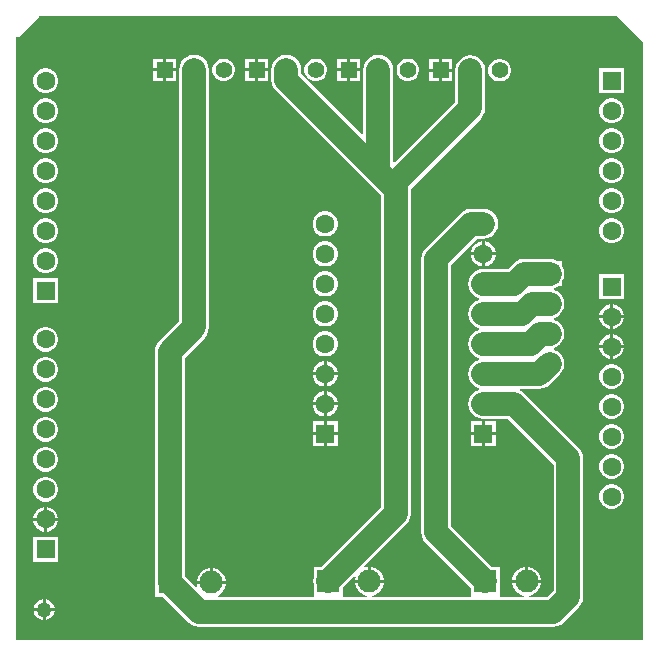
<source format=gbr>
G04*
G04 #@! TF.GenerationSoftware,Altium Limited,Altium Designer,22.4.2 (48)*
G04*
G04 Layer_Physical_Order=1*
G04 Layer_Color=255*
%FSLAX44Y44*%
%MOMM*%
G71*
G04*
G04 #@! TF.SameCoordinates,1039030C-265D-4712-A70C-599C82CECBD2*
G04*
G04*
G04 #@! TF.FilePolarity,Positive*
G04*
G01*
G75*
%ADD10C,2.0000*%
%ADD11C,1.6000*%
%ADD12R,1.6000X1.6000*%
%ADD13R,1.9500X1.9500*%
%ADD14C,1.9500*%
%ADD15C,1.4000*%
%ADD16R,1.4000X1.4000*%
%ADD17C,1.2700*%
G36*
X1281000Y1058000D02*
Y551000D01*
X751000D01*
X750000Y552000D01*
Y1062000D01*
X753000D01*
X770000Y1079000D01*
Y1080000D01*
X1259000D01*
X1281000Y1058000D01*
D02*
G37*
%LPC*%
G36*
X885540Y1043540D02*
X877270D01*
Y1035270D01*
X885540D01*
Y1043540D01*
D02*
G37*
G36*
X874730D02*
X866460D01*
Y1035270D01*
X874730D01*
Y1043540D01*
D02*
G37*
G36*
X1041540Y1043540D02*
X1033270D01*
Y1035270D01*
X1041540D01*
Y1043540D01*
D02*
G37*
G36*
X1030730D02*
X1022460D01*
Y1035270D01*
X1030730D01*
Y1043540D01*
D02*
G37*
G36*
X963540D02*
X955270D01*
Y1035270D01*
X963540D01*
Y1043540D01*
D02*
G37*
G36*
X952730D02*
X944460D01*
Y1035270D01*
X952730D01*
Y1043540D01*
D02*
G37*
G36*
X1119270Y1043270D02*
X1111000D01*
Y1035000D01*
X1119270D01*
Y1043270D01*
D02*
G37*
G36*
X1108460D02*
X1100190D01*
Y1035000D01*
X1108460D01*
Y1043270D01*
D02*
G37*
G36*
X927256Y1043540D02*
X924744D01*
X922318Y1042890D01*
X920142Y1041634D01*
X918366Y1039858D01*
X917110Y1037682D01*
X916460Y1035256D01*
Y1032744D01*
X917110Y1030318D01*
X918366Y1028142D01*
X920142Y1026366D01*
X922318Y1025110D01*
X924744Y1024460D01*
X927256D01*
X929682Y1025110D01*
X931858Y1026366D01*
X933634Y1028142D01*
X934890Y1030318D01*
X935540Y1032744D01*
Y1035256D01*
X934890Y1037682D01*
X933634Y1039858D01*
X931858Y1041634D01*
X929682Y1042890D01*
X927256Y1043540D01*
D02*
G37*
G36*
X885540Y1032730D02*
X877270D01*
Y1024460D01*
X885540D01*
Y1032730D01*
D02*
G37*
G36*
X874730D02*
X866460D01*
Y1024460D01*
X874730D01*
Y1032730D01*
D02*
G37*
G36*
X1083256Y1043540D02*
X1080744D01*
X1078318Y1042890D01*
X1076142Y1041634D01*
X1074366Y1039858D01*
X1073110Y1037682D01*
X1072460Y1035256D01*
Y1032744D01*
X1073110Y1030318D01*
X1074366Y1028142D01*
X1076142Y1026366D01*
X1078318Y1025110D01*
X1080744Y1024460D01*
X1083256D01*
X1085682Y1025110D01*
X1087858Y1026366D01*
X1089634Y1028142D01*
X1090890Y1030318D01*
X1091540Y1032744D01*
Y1035256D01*
X1090890Y1037682D01*
X1089634Y1039858D01*
X1087858Y1041634D01*
X1085682Y1042890D01*
X1083256Y1043540D01*
D02*
G37*
G36*
X1041540Y1032730D02*
X1033270D01*
Y1024460D01*
X1041540D01*
Y1032730D01*
D02*
G37*
G36*
X1030730D02*
X1022460D01*
Y1024460D01*
X1030730D01*
Y1032730D01*
D02*
G37*
G36*
X1005256Y1043540D02*
X1002744D01*
X1000318Y1042890D01*
X998142Y1041634D01*
X996366Y1039858D01*
X995110Y1037682D01*
X994460Y1035256D01*
Y1032744D01*
X995110Y1030318D01*
X996366Y1028142D01*
X998142Y1026366D01*
X1000318Y1025110D01*
X1002744Y1024460D01*
X1005256D01*
X1007682Y1025110D01*
X1009858Y1026366D01*
X1011634Y1028142D01*
X1012890Y1030318D01*
X1013540Y1032744D01*
Y1035256D01*
X1012890Y1037682D01*
X1011634Y1039858D01*
X1009858Y1041634D01*
X1007682Y1042890D01*
X1005256Y1043540D01*
D02*
G37*
G36*
X963540Y1032730D02*
X955270D01*
Y1024460D01*
X963540D01*
Y1032730D01*
D02*
G37*
G36*
X952730D02*
X944460D01*
Y1024460D01*
X952730D01*
Y1032730D01*
D02*
G37*
G36*
X1160986Y1043270D02*
X1158475D01*
X1156048Y1042620D01*
X1153873Y1041364D01*
X1152096Y1039588D01*
X1150841Y1037412D01*
X1150190Y1034986D01*
Y1032474D01*
X1150841Y1030048D01*
X1152096Y1027872D01*
X1153873Y1026096D01*
X1156048Y1024840D01*
X1158475Y1024190D01*
X1160986D01*
X1163413Y1024840D01*
X1165588Y1026096D01*
X1167364Y1027872D01*
X1168620Y1030048D01*
X1169270Y1032474D01*
Y1034986D01*
X1168620Y1037412D01*
X1167364Y1039588D01*
X1165588Y1041364D01*
X1163413Y1042620D01*
X1160986Y1043270D01*
D02*
G37*
G36*
X1119270Y1032460D02*
X1111000D01*
Y1024190D01*
X1119270D01*
Y1032460D01*
D02*
G37*
G36*
X1108460D02*
X1100190D01*
Y1024190D01*
X1108460D01*
Y1032460D01*
D02*
G37*
G36*
X1265140Y1035340D02*
X1244060D01*
Y1014260D01*
X1265140D01*
Y1035340D01*
D02*
G37*
G36*
X776788D02*
X774012D01*
X771332Y1034622D01*
X768928Y1033234D01*
X766966Y1031272D01*
X765578Y1028868D01*
X764860Y1026188D01*
Y1023412D01*
X765578Y1020732D01*
X766966Y1018328D01*
X768928Y1016366D01*
X771332Y1014978D01*
X774012Y1014260D01*
X776788D01*
X779468Y1014978D01*
X781872Y1016366D01*
X783834Y1018328D01*
X785222Y1020732D01*
X785940Y1023412D01*
Y1026188D01*
X785222Y1028868D01*
X783834Y1031272D01*
X781872Y1033234D01*
X779468Y1034622D01*
X776788Y1035340D01*
D02*
G37*
G36*
X1255988Y1009940D02*
X1253212D01*
X1250532Y1009222D01*
X1248128Y1007834D01*
X1246166Y1005872D01*
X1244778Y1003468D01*
X1244060Y1000788D01*
Y998012D01*
X1244778Y995332D01*
X1246166Y992928D01*
X1248128Y990966D01*
X1250532Y989578D01*
X1253212Y988860D01*
X1255988D01*
X1258668Y989578D01*
X1261072Y990966D01*
X1263034Y992928D01*
X1264422Y995332D01*
X1265140Y998012D01*
Y1000788D01*
X1264422Y1003468D01*
X1263034Y1005872D01*
X1261072Y1007834D01*
X1258668Y1009222D01*
X1255988Y1009940D01*
D02*
G37*
G36*
X776788D02*
X774012D01*
X771332Y1009222D01*
X768928Y1007834D01*
X766966Y1005872D01*
X765578Y1003468D01*
X764860Y1000788D01*
Y998012D01*
X765578Y995332D01*
X766966Y992928D01*
X768928Y990966D01*
X771332Y989578D01*
X774012Y988860D01*
X776788D01*
X779468Y989578D01*
X781872Y990966D01*
X783834Y992928D01*
X785222Y995332D01*
X785940Y998012D01*
Y1000788D01*
X785222Y1003468D01*
X783834Y1005872D01*
X781872Y1007834D01*
X779468Y1009222D01*
X776788Y1009940D01*
D02*
G37*
G36*
X1255988Y984540D02*
X1253212D01*
X1250532Y983822D01*
X1248128Y982434D01*
X1246166Y980472D01*
X1244778Y978068D01*
X1244060Y975388D01*
Y972612D01*
X1244778Y969932D01*
X1246166Y967528D01*
X1248128Y965566D01*
X1250532Y964178D01*
X1253212Y963460D01*
X1255988D01*
X1258668Y964178D01*
X1261072Y965566D01*
X1263034Y967528D01*
X1264422Y969932D01*
X1265140Y972612D01*
Y975388D01*
X1264422Y978068D01*
X1263034Y980472D01*
X1261072Y982434D01*
X1258668Y983822D01*
X1255988Y984540D01*
D02*
G37*
G36*
X776788D02*
X774012D01*
X771332Y983822D01*
X768928Y982434D01*
X766966Y980472D01*
X765578Y978068D01*
X764860Y975388D01*
Y972612D01*
X765578Y969932D01*
X766966Y967528D01*
X768928Y965566D01*
X771332Y964178D01*
X774012Y963460D01*
X776788D01*
X779468Y964178D01*
X781872Y965566D01*
X783834Y967528D01*
X785222Y969932D01*
X785940Y972612D01*
Y975388D01*
X785222Y978068D01*
X783834Y980472D01*
X781872Y982434D01*
X779468Y983822D01*
X776788Y984540D01*
D02*
G37*
G36*
X1255988Y959140D02*
X1253212D01*
X1250532Y958422D01*
X1248128Y957034D01*
X1246166Y955072D01*
X1244778Y952668D01*
X1244060Y949988D01*
Y947212D01*
X1244778Y944532D01*
X1246166Y942128D01*
X1248128Y940166D01*
X1250532Y938778D01*
X1253212Y938060D01*
X1255988D01*
X1258668Y938778D01*
X1261072Y940166D01*
X1263034Y942128D01*
X1264422Y944532D01*
X1265140Y947212D01*
Y949988D01*
X1264422Y952668D01*
X1263034Y955072D01*
X1261072Y957034D01*
X1258668Y958422D01*
X1255988Y959140D01*
D02*
G37*
G36*
X776788D02*
X774012D01*
X771332Y958422D01*
X768928Y957034D01*
X766966Y955072D01*
X765578Y952668D01*
X764860Y949988D01*
Y947212D01*
X765578Y944532D01*
X766966Y942128D01*
X768928Y940166D01*
X771332Y938778D01*
X774012Y938060D01*
X776788D01*
X779468Y938778D01*
X781872Y940166D01*
X783834Y942128D01*
X785222Y944532D01*
X785940Y947212D01*
Y949988D01*
X785222Y952668D01*
X783834Y955072D01*
X781872Y957034D01*
X779468Y958422D01*
X776788Y959140D01*
D02*
G37*
G36*
X1255988Y933740D02*
X1253212D01*
X1250532Y933022D01*
X1248128Y931634D01*
X1246166Y929672D01*
X1244778Y927268D01*
X1244060Y924588D01*
Y921812D01*
X1244778Y919132D01*
X1246166Y916728D01*
X1248128Y914766D01*
X1250532Y913378D01*
X1253212Y912660D01*
X1255988D01*
X1258668Y913378D01*
X1261072Y914766D01*
X1263034Y916728D01*
X1264422Y919132D01*
X1265140Y921812D01*
Y924588D01*
X1264422Y927268D01*
X1263034Y929672D01*
X1261072Y931634D01*
X1258668Y933022D01*
X1255988Y933740D01*
D02*
G37*
G36*
X776788D02*
X774012D01*
X771332Y933022D01*
X768928Y931634D01*
X766966Y929672D01*
X765578Y927268D01*
X764860Y924588D01*
Y921812D01*
X765578Y919132D01*
X766966Y916728D01*
X768928Y914766D01*
X771332Y913378D01*
X774012Y912660D01*
X776788D01*
X779468Y913378D01*
X781872Y914766D01*
X783834Y916728D01*
X785222Y919132D01*
X785940Y921812D01*
Y924588D01*
X785222Y927268D01*
X783834Y929672D01*
X781872Y931634D01*
X779468Y933022D01*
X776788Y933740D01*
D02*
G37*
G36*
X1013388Y914140D02*
X1010612D01*
X1007932Y913422D01*
X1005528Y912034D01*
X1003566Y910072D01*
X1002178Y907668D01*
X1001460Y904988D01*
Y902212D01*
X1002178Y899532D01*
X1003566Y897128D01*
X1005528Y895166D01*
X1007932Y893778D01*
X1010612Y893060D01*
X1013388D01*
X1016068Y893778D01*
X1018472Y895166D01*
X1020434Y897128D01*
X1021822Y899532D01*
X1022540Y902212D01*
Y904988D01*
X1021822Y907668D01*
X1020434Y910072D01*
X1018472Y912034D01*
X1016068Y913422D01*
X1013388Y914140D01*
D02*
G37*
G36*
X1255988Y908340D02*
X1253212D01*
X1250532Y907622D01*
X1248128Y906234D01*
X1246166Y904272D01*
X1244778Y901868D01*
X1244060Y899188D01*
Y896412D01*
X1244778Y893732D01*
X1246166Y891328D01*
X1248128Y889366D01*
X1250532Y887978D01*
X1253212Y887260D01*
X1255988D01*
X1258668Y887978D01*
X1261072Y889366D01*
X1263034Y891328D01*
X1264422Y893732D01*
X1265140Y896412D01*
Y899188D01*
X1264422Y901868D01*
X1263034Y904272D01*
X1261072Y906234D01*
X1258668Y907622D01*
X1255988Y908340D01*
D02*
G37*
G36*
X776788D02*
X774012D01*
X771332Y907622D01*
X768928Y906234D01*
X766966Y904272D01*
X765578Y901868D01*
X764860Y899188D01*
Y896412D01*
X765578Y893732D01*
X766966Y891328D01*
X768928Y889366D01*
X771332Y887978D01*
X774012Y887260D01*
X776788D01*
X779468Y887978D01*
X781872Y889366D01*
X783834Y891328D01*
X785222Y893732D01*
X785940Y896412D01*
Y899188D01*
X785222Y901868D01*
X783834Y904272D01*
X781872Y906234D01*
X779468Y907622D01*
X776788Y908340D01*
D02*
G37*
G36*
X1147387Y888740D02*
X1147270D01*
Y879470D01*
X1156540D01*
Y879588D01*
X1155821Y882268D01*
X1154434Y884672D01*
X1152471Y886634D01*
X1150068Y888022D01*
X1147387Y888740D01*
D02*
G37*
G36*
X1144730D02*
X1144612D01*
X1141931Y888022D01*
X1139528Y886634D01*
X1137566Y884672D01*
X1136178Y882268D01*
X1135460Y879588D01*
Y879470D01*
X1144730D01*
Y888740D01*
D02*
G37*
G36*
X1156540Y876930D02*
X1147270D01*
Y867660D01*
X1147387D01*
X1150068Y868378D01*
X1152471Y869766D01*
X1154434Y871728D01*
X1155821Y874132D01*
X1156540Y876812D01*
Y876930D01*
D02*
G37*
G36*
X1144730D02*
X1135460D01*
Y876812D01*
X1136178Y874132D01*
X1137566Y871728D01*
X1139528Y869766D01*
X1141931Y868378D01*
X1144612Y867660D01*
X1144730D01*
Y876930D01*
D02*
G37*
G36*
X1013388Y888740D02*
X1010612D01*
X1007932Y888022D01*
X1005528Y886634D01*
X1003566Y884672D01*
X1002178Y882268D01*
X1001460Y879588D01*
Y876812D01*
X1002178Y874132D01*
X1003566Y871728D01*
X1005528Y869766D01*
X1007932Y868378D01*
X1010612Y867660D01*
X1013388D01*
X1016068Y868378D01*
X1018472Y869766D01*
X1020434Y871728D01*
X1021822Y874132D01*
X1022540Y876812D01*
Y879588D01*
X1021822Y882268D01*
X1020434Y884672D01*
X1018472Y886634D01*
X1016068Y888022D01*
X1013388Y888740D01*
D02*
G37*
G36*
X776788Y882940D02*
X774012D01*
X771332Y882222D01*
X768928Y880834D01*
X766966Y878872D01*
X765578Y876468D01*
X764860Y873788D01*
Y871012D01*
X765578Y868332D01*
X766966Y865928D01*
X768928Y863966D01*
X771332Y862578D01*
X774012Y861860D01*
X776788D01*
X779468Y862578D01*
X781872Y863966D01*
X783834Y865928D01*
X785222Y868332D01*
X785940Y871012D01*
Y873788D01*
X785222Y876468D01*
X783834Y878872D01*
X781872Y880834D01*
X779468Y882222D01*
X776788Y882940D01*
D02*
G37*
G36*
X1013388Y863340D02*
X1010612D01*
X1007932Y862622D01*
X1005528Y861234D01*
X1003566Y859272D01*
X1002178Y856868D01*
X1001460Y854188D01*
Y851412D01*
X1002178Y848732D01*
X1003566Y846328D01*
X1005528Y844366D01*
X1007932Y842978D01*
X1010612Y842260D01*
X1013388D01*
X1016068Y842978D01*
X1018472Y844366D01*
X1020434Y846328D01*
X1021822Y848732D01*
X1022540Y851412D01*
Y854188D01*
X1021822Y856868D01*
X1020434Y859272D01*
X1018472Y861234D01*
X1016068Y862622D01*
X1013388Y863340D01*
D02*
G37*
G36*
X1265140Y861140D02*
X1244060D01*
Y840060D01*
X1265140D01*
Y861140D01*
D02*
G37*
G36*
X785940Y857540D02*
X764860D01*
Y836460D01*
X785940D01*
Y857540D01*
D02*
G37*
G36*
X1255988Y835740D02*
X1255870D01*
Y826470D01*
X1265140D01*
Y826588D01*
X1264422Y829268D01*
X1263034Y831672D01*
X1261072Y833634D01*
X1258668Y835022D01*
X1255988Y835740D01*
D02*
G37*
G36*
X1253330D02*
X1253212D01*
X1250532Y835022D01*
X1248128Y833634D01*
X1246166Y831672D01*
X1244778Y829268D01*
X1244060Y826588D01*
Y826470D01*
X1253330D01*
Y835740D01*
D02*
G37*
G36*
X1013388Y837940D02*
X1010612D01*
X1007932Y837222D01*
X1005528Y835834D01*
X1003566Y833872D01*
X1002178Y831468D01*
X1001460Y828788D01*
Y826012D01*
X1002178Y823332D01*
X1003566Y820928D01*
X1005528Y818966D01*
X1007932Y817578D01*
X1010612Y816860D01*
X1013388D01*
X1016068Y817578D01*
X1018472Y818966D01*
X1020434Y820928D01*
X1021822Y823332D01*
X1022540Y826012D01*
Y828788D01*
X1021822Y831468D01*
X1020434Y833872D01*
X1018472Y835834D01*
X1016068Y837222D01*
X1013388Y837940D01*
D02*
G37*
G36*
X1265140Y823930D02*
X1255870D01*
Y814660D01*
X1255988D01*
X1258668Y815378D01*
X1261072Y816766D01*
X1263034Y818728D01*
X1264422Y821132D01*
X1265140Y823812D01*
Y823930D01*
D02*
G37*
G36*
X1253330D02*
X1244060D01*
Y823812D01*
X1244778Y821132D01*
X1246166Y818728D01*
X1248128Y816766D01*
X1250532Y815378D01*
X1253212Y814660D01*
X1253330D01*
Y823930D01*
D02*
G37*
G36*
X1255988Y810340D02*
X1255870D01*
Y801070D01*
X1265140D01*
Y801188D01*
X1264422Y803868D01*
X1263034Y806272D01*
X1261072Y808234D01*
X1258668Y809622D01*
X1255988Y810340D01*
D02*
G37*
G36*
X1253330D02*
X1253212D01*
X1250532Y809622D01*
X1248128Y808234D01*
X1246166Y806272D01*
X1244778Y803868D01*
X1244060Y801188D01*
Y801070D01*
X1253330D01*
Y810340D01*
D02*
G37*
G36*
X776788Y816340D02*
X774012D01*
X771332Y815622D01*
X768928Y814234D01*
X766966Y812272D01*
X765578Y809868D01*
X764860Y807188D01*
Y804412D01*
X765578Y801732D01*
X766966Y799328D01*
X768928Y797366D01*
X771332Y795978D01*
X774012Y795260D01*
X776788D01*
X779468Y795978D01*
X781872Y797366D01*
X783834Y799328D01*
X785222Y801732D01*
X785940Y804412D01*
Y807188D01*
X785222Y809868D01*
X783834Y812272D01*
X781872Y814234D01*
X779468Y815622D01*
X776788Y816340D01*
D02*
G37*
G36*
X1013388Y812540D02*
X1010612D01*
X1007932Y811822D01*
X1005528Y810434D01*
X1003566Y808472D01*
X1002178Y806068D01*
X1001460Y803388D01*
Y800612D01*
X1002178Y797932D01*
X1003566Y795528D01*
X1005528Y793566D01*
X1007932Y792178D01*
X1010612Y791460D01*
X1013388D01*
X1016068Y792178D01*
X1018472Y793566D01*
X1020434Y795528D01*
X1021822Y797932D01*
X1022540Y800612D01*
Y803388D01*
X1021822Y806068D01*
X1020434Y808472D01*
X1018472Y810434D01*
X1016068Y811822D01*
X1013388Y812540D01*
D02*
G37*
G36*
X1265140Y798530D02*
X1255870D01*
Y789260D01*
X1255988D01*
X1258668Y789978D01*
X1261072Y791366D01*
X1263034Y793328D01*
X1264422Y795732D01*
X1265140Y798412D01*
Y798530D01*
D02*
G37*
G36*
X1253330D02*
X1244060D01*
Y798412D01*
X1244778Y795732D01*
X1246166Y793328D01*
X1248128Y791366D01*
X1250532Y789978D01*
X1253212Y789260D01*
X1253330D01*
Y798530D01*
D02*
G37*
G36*
X1013388Y787140D02*
X1013270D01*
Y777870D01*
X1022540D01*
Y777988D01*
X1021822Y780668D01*
X1020434Y783072D01*
X1018472Y785034D01*
X1016068Y786422D01*
X1013388Y787140D01*
D02*
G37*
G36*
X1010730D02*
X1010612D01*
X1007932Y786422D01*
X1005528Y785034D01*
X1003566Y783072D01*
X1002178Y780668D01*
X1001460Y777988D01*
Y777870D01*
X1010730D01*
Y787140D01*
D02*
G37*
G36*
X776788Y790940D02*
X774012D01*
X771332Y790222D01*
X768928Y788834D01*
X766966Y786872D01*
X765578Y784468D01*
X764860Y781788D01*
Y779012D01*
X765578Y776332D01*
X766966Y773928D01*
X768928Y771966D01*
X771332Y770578D01*
X774012Y769860D01*
X776788D01*
X779468Y770578D01*
X781872Y771966D01*
X783834Y773928D01*
X785222Y776332D01*
X785940Y779012D01*
Y781788D01*
X785222Y784468D01*
X783834Y786872D01*
X781872Y788834D01*
X779468Y790222D01*
X776788Y790940D01*
D02*
G37*
G36*
X1022540Y775330D02*
X1013270D01*
Y766060D01*
X1013388D01*
X1016068Y766778D01*
X1018472Y768166D01*
X1020434Y770128D01*
X1021822Y772532D01*
X1022540Y775212D01*
Y775330D01*
D02*
G37*
G36*
X1010730D02*
X1001460D01*
Y775212D01*
X1002178Y772532D01*
X1003566Y770128D01*
X1005528Y768166D01*
X1007932Y766778D01*
X1010612Y766060D01*
X1010730D01*
Y775330D01*
D02*
G37*
G36*
X901000Y1046648D02*
X897726Y1046217D01*
X894676Y1044954D01*
X892056Y1042944D01*
X890046Y1040324D01*
X888782Y1037274D01*
X888351Y1034000D01*
Y821239D01*
X871556Y804444D01*
X869546Y801824D01*
X868283Y798774D01*
X867852Y795500D01*
X867852Y795500D01*
Y600000D01*
X867852Y600000D01*
X868210Y597279D01*
Y587710D01*
X874903D01*
X896556Y566056D01*
X896557Y566056D01*
X899176Y564046D01*
X902227Y562783D01*
X905500Y562352D01*
X905500Y562352D01*
X1205000D01*
X1205000Y562352D01*
X1208274Y562783D01*
X1211324Y564046D01*
X1213944Y566056D01*
X1226944Y579056D01*
X1228954Y581676D01*
X1230217Y584726D01*
X1230648Y588000D01*
X1230648Y588000D01*
Y705000D01*
X1230648Y705000D01*
X1230217Y708274D01*
X1228954Y711324D01*
X1226944Y713944D01*
X1226944Y713944D01*
X1180744Y760144D01*
X1178124Y762154D01*
X1176849Y762682D01*
X1177102Y763952D01*
X1193400D01*
X1193400Y763952D01*
X1196674Y764383D01*
X1199724Y765646D01*
X1202344Y767656D01*
X1210944Y776256D01*
X1212954Y778876D01*
X1214217Y781926D01*
X1214648Y785200D01*
X1214217Y788474D01*
X1212954Y791524D01*
X1210944Y794144D01*
X1208324Y796154D01*
X1206192Y797037D01*
Y798412D01*
X1207724Y799046D01*
X1210344Y801056D01*
X1210944Y801656D01*
X1212954Y804276D01*
X1214217Y807326D01*
X1214648Y810600D01*
X1214217Y813874D01*
X1212954Y816924D01*
X1210944Y819544D01*
X1208324Y821554D01*
X1205767Y822613D01*
Y823987D01*
X1208324Y825046D01*
X1210944Y827056D01*
X1212954Y829676D01*
X1214217Y832726D01*
X1214648Y836000D01*
X1214217Y839274D01*
X1212954Y842324D01*
X1210944Y844944D01*
X1208324Y846954D01*
X1205767Y848013D01*
Y849387D01*
X1208324Y850446D01*
X1208863Y850860D01*
X1212540D01*
Y854537D01*
X1212954Y855076D01*
X1214217Y858126D01*
X1214648Y861400D01*
X1214217Y864674D01*
X1212954Y867724D01*
X1212540Y868263D01*
Y871940D01*
X1208863D01*
X1208324Y872354D01*
X1205274Y873617D01*
X1202000Y874048D01*
X1180573D01*
X1180573Y874048D01*
X1177299Y873617D01*
X1174249Y872354D01*
X1171629Y870344D01*
X1171629Y870343D01*
X1166734Y865448D01*
X1146000D01*
X1142726Y865017D01*
X1139676Y863754D01*
X1137056Y861744D01*
X1135046Y859124D01*
X1133783Y856074D01*
X1133352Y852800D01*
X1133783Y849526D01*
X1135046Y846476D01*
X1137056Y843856D01*
X1139676Y841846D01*
X1142232Y840787D01*
Y839413D01*
X1139676Y838354D01*
X1137056Y836344D01*
X1135046Y833724D01*
X1133783Y830674D01*
X1133352Y827400D01*
X1133783Y824126D01*
X1135046Y821076D01*
X1137056Y818456D01*
X1139676Y816446D01*
X1142232Y815387D01*
Y814013D01*
X1139676Y812954D01*
X1137056Y810944D01*
X1135046Y808324D01*
X1133783Y805274D01*
X1133352Y802000D01*
X1133783Y798726D01*
X1135046Y795676D01*
X1137056Y793056D01*
X1139676Y791046D01*
X1142232Y789987D01*
Y788613D01*
X1139676Y787554D01*
X1137056Y785544D01*
X1135046Y782924D01*
X1133783Y779874D01*
X1133352Y776600D01*
X1133783Y773326D01*
X1135046Y770276D01*
X1137056Y767656D01*
X1139676Y765646D01*
X1142232Y764587D01*
Y763213D01*
X1139676Y762154D01*
X1137056Y760144D01*
X1135046Y757524D01*
X1133783Y754474D01*
X1133352Y751200D01*
X1133783Y747926D01*
X1135046Y744876D01*
X1137056Y742256D01*
X1139676Y740246D01*
X1142726Y738983D01*
X1146000Y738552D01*
X1166561D01*
X1205352Y699761D01*
Y593239D01*
X1199761Y587648D01*
X1185061D01*
X1184894Y588918D01*
X1187244Y589548D01*
X1190046Y591166D01*
X1192334Y593454D01*
X1193952Y596256D01*
X1194790Y599382D01*
Y599730D01*
X1170210D01*
Y599382D01*
X1171048Y596256D01*
X1172665Y593454D01*
X1174954Y591166D01*
X1177756Y589548D01*
X1180106Y588918D01*
X1179939Y587648D01*
X1160292D01*
X1159790Y588710D01*
X1159790Y588918D01*
Y598279D01*
X1160148Y601000D01*
X1159790Y603721D01*
Y613290D01*
X1153097D01*
X1118648Y647739D01*
Y868761D01*
X1140839Y890952D01*
X1146000D01*
X1149273Y891383D01*
X1152324Y892646D01*
X1154943Y894656D01*
X1156953Y897276D01*
X1158217Y900326D01*
X1158648Y903600D01*
X1158217Y906874D01*
X1156953Y909924D01*
X1154943Y912544D01*
X1152324Y914554D01*
X1149273Y915817D01*
X1146000Y916248D01*
X1135600D01*
X1132326Y915817D01*
X1129276Y914554D01*
X1126656Y912544D01*
X1126656Y912543D01*
X1097056Y882944D01*
X1095046Y880324D01*
X1093783Y877274D01*
X1093352Y874000D01*
X1093352Y874000D01*
Y642500D01*
X1093352Y642500D01*
X1093783Y639226D01*
X1095046Y636176D01*
X1097056Y633556D01*
X1135210Y595403D01*
Y588918D01*
X1135210Y588710D01*
X1134708Y587648D01*
X1052062D01*
X1051894Y588918D01*
X1054244Y589548D01*
X1057047Y591166D01*
X1059335Y593454D01*
X1060953Y596256D01*
X1061790Y599382D01*
Y599730D01*
X1037210D01*
Y599382D01*
X1038048Y596256D01*
X1039666Y593454D01*
X1041954Y591166D01*
X1044756Y589548D01*
X1047106Y588918D01*
X1046939Y587648D01*
X1027292D01*
X1026790Y588710D01*
X1026790Y588918D01*
Y595403D01*
X1036587Y605200D01*
X1037726Y604543D01*
X1037210Y602618D01*
Y602270D01*
X1048230D01*
Y613290D01*
X1047882D01*
X1045958Y612775D01*
X1045300Y613913D01*
X1080674Y649287D01*
X1080674Y649287D01*
X1082684Y651906D01*
X1083948Y654957D01*
X1084378Y658230D01*
Y932891D01*
X1084379Y932891D01*
X1084309Y933421D01*
X1143674Y992786D01*
X1143674Y992787D01*
X1145684Y995406D01*
X1146947Y998457D01*
X1147378Y1001730D01*
X1147378Y1001730D01*
Y1033730D01*
X1146947Y1037004D01*
X1145684Y1040054D01*
X1143674Y1042674D01*
X1141054Y1044684D01*
X1138004Y1045947D01*
X1134730Y1046378D01*
X1131457Y1045947D01*
X1128406Y1044684D01*
X1125787Y1042674D01*
X1123776Y1040054D01*
X1122513Y1037004D01*
X1122082Y1033730D01*
Y1006969D01*
X1070822Y955709D01*
X1069648Y956195D01*
Y1034000D01*
X1069217Y1037274D01*
X1067954Y1040324D01*
X1065944Y1042944D01*
X1063324Y1044954D01*
X1060274Y1046217D01*
X1057000Y1046648D01*
X1053727Y1046217D01*
X1050676Y1044954D01*
X1048057Y1042944D01*
X1046047Y1040324D01*
X1044783Y1037274D01*
X1044352Y1034000D01*
Y979816D01*
X1043179Y979330D01*
X991648Y1030861D01*
Y1034000D01*
X991217Y1037274D01*
X989954Y1040324D01*
X987944Y1042944D01*
X985324Y1044954D01*
X982274Y1046217D01*
X979000Y1046648D01*
X975726Y1046217D01*
X972676Y1044954D01*
X970056Y1042944D01*
X968046Y1040324D01*
X966783Y1037274D01*
X966352Y1034000D01*
Y1025622D01*
X966352Y1025622D01*
X966783Y1022348D01*
X968046Y1019298D01*
X970056Y1016678D01*
X1048056Y938678D01*
X1048057Y938678D01*
X1059082Y927652D01*
Y663469D01*
X1008903Y613290D01*
X1002210D01*
Y603721D01*
X1001852Y601000D01*
X1002210Y598279D01*
Y588918D01*
X1002210Y588710D01*
X1001708Y587648D01*
X921226D01*
X920886Y588918D01*
X923046Y590166D01*
X925335Y592454D01*
X926953Y595256D01*
X927790Y598382D01*
Y598730D01*
X903210D01*
Y598382D01*
X903726Y596458D01*
X902587Y595800D01*
X893148Y605239D01*
Y790261D01*
X909943Y807056D01*
X911953Y809676D01*
X913217Y812726D01*
X913648Y816000D01*
X913648Y816000D01*
Y1034000D01*
X913217Y1037274D01*
X911953Y1040324D01*
X909943Y1042944D01*
X907324Y1044954D01*
X904273Y1046217D01*
X901000Y1046648D01*
D02*
G37*
G36*
X1255988Y784940D02*
X1253212D01*
X1250532Y784222D01*
X1248128Y782834D01*
X1246166Y780872D01*
X1244778Y778468D01*
X1244060Y775788D01*
Y773012D01*
X1244778Y770332D01*
X1246166Y767928D01*
X1248128Y765966D01*
X1250532Y764578D01*
X1253212Y763860D01*
X1255988D01*
X1258668Y764578D01*
X1261072Y765966D01*
X1263034Y767928D01*
X1264422Y770332D01*
X1265140Y773012D01*
Y775788D01*
X1264422Y778468D01*
X1263034Y780872D01*
X1261072Y782834D01*
X1258668Y784222D01*
X1255988Y784940D01*
D02*
G37*
G36*
X1013388Y761740D02*
X1013270D01*
Y752470D01*
X1022540D01*
Y752588D01*
X1021822Y755268D01*
X1020434Y757672D01*
X1018472Y759634D01*
X1016068Y761022D01*
X1013388Y761740D01*
D02*
G37*
G36*
X1010730D02*
X1010612D01*
X1007932Y761022D01*
X1005528Y759634D01*
X1003566Y757672D01*
X1002178Y755268D01*
X1001460Y752588D01*
Y752470D01*
X1010730D01*
Y761740D01*
D02*
G37*
G36*
X776788Y765540D02*
X774012D01*
X771332Y764822D01*
X768928Y763434D01*
X766966Y761472D01*
X765578Y759068D01*
X764860Y756388D01*
Y753612D01*
X765578Y750932D01*
X766966Y748528D01*
X768928Y746566D01*
X771332Y745178D01*
X774012Y744460D01*
X776788D01*
X779468Y745178D01*
X781872Y746566D01*
X783834Y748528D01*
X785222Y750932D01*
X785940Y753612D01*
Y756388D01*
X785222Y759068D01*
X783834Y761472D01*
X781872Y763434D01*
X779468Y764822D01*
X776788Y765540D01*
D02*
G37*
G36*
X1022540Y749930D02*
X1013270D01*
Y740660D01*
X1013388D01*
X1016068Y741378D01*
X1018472Y742766D01*
X1020434Y744728D01*
X1021822Y747132D01*
X1022540Y749812D01*
Y749930D01*
D02*
G37*
G36*
X1010730D02*
X1001460D01*
Y749812D01*
X1002178Y747132D01*
X1003566Y744728D01*
X1005528Y742766D01*
X1007932Y741378D01*
X1010612Y740660D01*
X1010730D01*
Y749930D01*
D02*
G37*
G36*
X1255988Y759540D02*
X1253212D01*
X1250532Y758822D01*
X1248128Y757434D01*
X1246166Y755472D01*
X1244778Y753068D01*
X1244060Y750388D01*
Y747612D01*
X1244778Y744932D01*
X1246166Y742528D01*
X1248128Y740566D01*
X1250532Y739178D01*
X1253212Y738460D01*
X1255988D01*
X1258668Y739178D01*
X1261072Y740566D01*
X1263034Y742528D01*
X1264422Y744932D01*
X1265140Y747612D01*
Y750388D01*
X1264422Y753068D01*
X1263034Y755472D01*
X1261072Y757434D01*
X1258668Y758822D01*
X1255988Y759540D01*
D02*
G37*
G36*
X1156540Y736340D02*
X1147270D01*
Y727070D01*
X1156540D01*
Y736340D01*
D02*
G37*
G36*
X1144730D02*
X1135460D01*
Y727070D01*
X1144730D01*
Y736340D01*
D02*
G37*
G36*
X1022540D02*
X1013270D01*
Y727070D01*
X1022540D01*
Y736340D01*
D02*
G37*
G36*
X1010730D02*
X1001460D01*
Y727070D01*
X1010730D01*
Y736340D01*
D02*
G37*
G36*
X776788Y740140D02*
X774012D01*
X771332Y739422D01*
X768928Y738034D01*
X766966Y736072D01*
X765578Y733668D01*
X764860Y730988D01*
Y728212D01*
X765578Y725532D01*
X766966Y723128D01*
X768928Y721166D01*
X771332Y719778D01*
X774012Y719060D01*
X776788D01*
X779468Y719778D01*
X781872Y721166D01*
X783834Y723128D01*
X785222Y725532D01*
X785940Y728212D01*
Y730988D01*
X785222Y733668D01*
X783834Y736072D01*
X781872Y738034D01*
X779468Y739422D01*
X776788Y740140D01*
D02*
G37*
G36*
X1156540Y724530D02*
X1147270D01*
Y715260D01*
X1156540D01*
Y724530D01*
D02*
G37*
G36*
X1144730D02*
X1135460D01*
Y715260D01*
X1144730D01*
Y724530D01*
D02*
G37*
G36*
X1022540Y724530D02*
X1013270D01*
Y715260D01*
X1022540D01*
Y724530D01*
D02*
G37*
G36*
X1010730D02*
X1001460D01*
Y715260D01*
X1010730D01*
Y724530D01*
D02*
G37*
G36*
X1255988Y734140D02*
X1253212D01*
X1250532Y733422D01*
X1248128Y732034D01*
X1246166Y730072D01*
X1244778Y727668D01*
X1244060Y724988D01*
Y722212D01*
X1244778Y719532D01*
X1246166Y717128D01*
X1248128Y715166D01*
X1250532Y713778D01*
X1253212Y713060D01*
X1255988D01*
X1258668Y713778D01*
X1261072Y715166D01*
X1263034Y717128D01*
X1264422Y719532D01*
X1265140Y722212D01*
Y724988D01*
X1264422Y727668D01*
X1263034Y730072D01*
X1261072Y732034D01*
X1258668Y733422D01*
X1255988Y734140D01*
D02*
G37*
G36*
X776788Y714740D02*
X774012D01*
X771332Y714022D01*
X768928Y712634D01*
X766966Y710672D01*
X765578Y708268D01*
X764860Y705588D01*
Y702812D01*
X765578Y700132D01*
X766966Y697728D01*
X768928Y695766D01*
X771332Y694378D01*
X774012Y693660D01*
X776788D01*
X779468Y694378D01*
X781872Y695766D01*
X783834Y697728D01*
X785222Y700132D01*
X785940Y702812D01*
Y705588D01*
X785222Y708268D01*
X783834Y710672D01*
X781872Y712634D01*
X779468Y714022D01*
X776788Y714740D01*
D02*
G37*
G36*
X1255988Y708740D02*
X1253212D01*
X1250532Y708022D01*
X1248128Y706634D01*
X1246166Y704672D01*
X1244778Y702268D01*
X1244060Y699588D01*
Y696812D01*
X1244778Y694132D01*
X1246166Y691728D01*
X1248128Y689766D01*
X1250532Y688378D01*
X1253212Y687660D01*
X1255988D01*
X1258668Y688378D01*
X1261072Y689766D01*
X1263034Y691728D01*
X1264422Y694132D01*
X1265140Y696812D01*
Y699588D01*
X1264422Y702268D01*
X1263034Y704672D01*
X1261072Y706634D01*
X1258668Y708022D01*
X1255988Y708740D01*
D02*
G37*
G36*
X776788Y689340D02*
X774012D01*
X771332Y688622D01*
X768928Y687234D01*
X766966Y685272D01*
X765578Y682868D01*
X764860Y680188D01*
Y677412D01*
X765578Y674732D01*
X766966Y672328D01*
X768928Y670366D01*
X771332Y668978D01*
X774012Y668260D01*
X776788D01*
X779468Y668978D01*
X781872Y670366D01*
X783834Y672328D01*
X785222Y674732D01*
X785940Y677412D01*
Y680188D01*
X785222Y682868D01*
X783834Y685272D01*
X781872Y687234D01*
X779468Y688622D01*
X776788Y689340D01*
D02*
G37*
G36*
X1255988Y683340D02*
X1253212D01*
X1250532Y682622D01*
X1248128Y681234D01*
X1246166Y679272D01*
X1244778Y676868D01*
X1244060Y674188D01*
Y671412D01*
X1244778Y668732D01*
X1246166Y666328D01*
X1248128Y664366D01*
X1250532Y662978D01*
X1253212Y662260D01*
X1255988D01*
X1258668Y662978D01*
X1261072Y664366D01*
X1263034Y666328D01*
X1264422Y668732D01*
X1265140Y671412D01*
Y674188D01*
X1264422Y676868D01*
X1263034Y679272D01*
X1261072Y681234D01*
X1258668Y682622D01*
X1255988Y683340D01*
D02*
G37*
G36*
X776788Y663940D02*
X776670D01*
Y654670D01*
X785940D01*
Y654788D01*
X785222Y657468D01*
X783834Y659872D01*
X781872Y661834D01*
X779468Y663222D01*
X776788Y663940D01*
D02*
G37*
G36*
X774130D02*
X774012D01*
X771332Y663222D01*
X768928Y661834D01*
X766966Y659872D01*
X765578Y657468D01*
X764860Y654788D01*
Y654670D01*
X774130D01*
Y663940D01*
D02*
G37*
G36*
X785940Y652130D02*
X776670D01*
Y642860D01*
X776788D01*
X779468Y643578D01*
X781872Y644966D01*
X783834Y646928D01*
X785222Y649332D01*
X785940Y652012D01*
Y652130D01*
D02*
G37*
G36*
X774130D02*
X764860D01*
Y652012D01*
X765578Y649332D01*
X766966Y646928D01*
X768928Y644966D01*
X771332Y643578D01*
X774012Y642860D01*
X774130D01*
Y652130D01*
D02*
G37*
G36*
X785940Y638540D02*
X764860D01*
Y617460D01*
X785940D01*
Y638540D01*
D02*
G37*
G36*
X1184118Y613290D02*
X1183770D01*
Y602270D01*
X1194790D01*
Y602618D01*
X1193952Y605744D01*
X1192334Y608546D01*
X1190046Y610835D01*
X1187244Y612453D01*
X1184118Y613290D01*
D02*
G37*
G36*
X1181230D02*
X1180882D01*
X1177756Y612453D01*
X1174954Y610835D01*
X1172665Y608546D01*
X1171048Y605744D01*
X1170210Y602618D01*
Y602270D01*
X1181230D01*
Y613290D01*
D02*
G37*
G36*
X1051118D02*
X1050770D01*
Y602270D01*
X1061790D01*
Y602618D01*
X1060953Y605744D01*
X1059335Y608546D01*
X1057047Y610835D01*
X1054244Y612453D01*
X1051118Y613290D01*
D02*
G37*
G36*
X917118Y612290D02*
X916770D01*
Y601270D01*
X927790D01*
Y601618D01*
X926953Y604744D01*
X925335Y607546D01*
X923046Y609835D01*
X920244Y611453D01*
X917118Y612290D01*
D02*
G37*
G36*
X914230D02*
X913882D01*
X910757Y611453D01*
X907954Y609835D01*
X905666Y607546D01*
X904048Y604744D01*
X903210Y601618D01*
Y601270D01*
X914230D01*
Y612290D01*
D02*
G37*
G36*
X775270Y585863D02*
Y578270D01*
X782863D01*
X782284Y580431D01*
X781114Y582459D01*
X779459Y584114D01*
X777431Y585284D01*
X775270Y585863D01*
D02*
G37*
G36*
X772730D02*
X770569Y585284D01*
X768541Y584114D01*
X766886Y582459D01*
X765716Y580431D01*
X765137Y578270D01*
X772730D01*
Y585863D01*
D02*
G37*
G36*
X782863Y575730D02*
X775270D01*
Y568137D01*
X777431Y568716D01*
X779459Y569886D01*
X781114Y571541D01*
X782284Y573569D01*
X782863Y575730D01*
D02*
G37*
G36*
X772730D02*
X765137D01*
X765716Y573569D01*
X766886Y571541D01*
X768541Y569886D01*
X770569Y568716D01*
X772730Y568137D01*
Y575730D01*
D02*
G37*
%LPD*%
D10*
X1057000Y947622D02*
X1071730Y932891D01*
X1057000Y947622D02*
Y1034000D01*
X979000Y1025622D02*
X1057000Y947622D01*
X1134730Y1001730D02*
Y1033730D01*
X1068811Y935811D02*
X1134730Y1001730D01*
X1071730Y658230D02*
Y932891D01*
X979000Y1025622D02*
Y1034000D01*
X880500Y795500D02*
X901000Y816000D01*
Y1034000D01*
X880500Y600000D02*
Y795500D01*
X1180573Y861400D02*
X1202000D01*
X1171973Y852800D02*
X1180573Y861400D01*
X1146000Y852800D02*
X1171973D01*
X1178400Y827400D02*
X1187000Y836000D01*
X1202000D01*
X1146000Y827400D02*
X1178400D01*
X1194000Y810000D02*
X1201400D01*
X1202000Y810600D01*
X1186000Y802000D02*
X1194000Y810000D01*
X1146000Y802000D02*
X1186000D01*
X1146000Y776600D02*
X1193400D01*
X1202000Y785200D01*
X880500Y600000D02*
X905500Y575000D01*
X1205000D02*
X1218000Y588000D01*
X905500Y575000D02*
X1205000D01*
X1218000Y588000D02*
Y705000D01*
X1171800Y751200D02*
X1218000Y705000D01*
X1146000Y751200D02*
X1171800D01*
X1106000Y874000D02*
X1135600Y903600D01*
X1146000D01*
X1106000Y642500D02*
X1147500Y601000D01*
X1106000Y642500D02*
Y874000D01*
X1014500Y601000D02*
X1071730Y658230D01*
D11*
X1012000Y903600D02*
D03*
Y878200D02*
D03*
Y827400D02*
D03*
Y776600D02*
D03*
Y751200D02*
D03*
Y802000D02*
D03*
Y852800D02*
D03*
X1146000Y903600D02*
D03*
Y878200D02*
D03*
Y827400D02*
D03*
Y776600D02*
D03*
Y751200D02*
D03*
Y802000D02*
D03*
Y852800D02*
D03*
X775400Y755000D02*
D03*
Y704200D02*
D03*
Y653400D02*
D03*
Y678800D02*
D03*
Y729600D02*
D03*
Y780400D02*
D03*
Y805800D02*
D03*
X1254600Y723600D02*
D03*
Y774400D02*
D03*
Y825200D02*
D03*
Y799800D02*
D03*
Y749000D02*
D03*
Y698200D02*
D03*
Y672800D02*
D03*
Y897800D02*
D03*
Y923200D02*
D03*
Y974000D02*
D03*
Y999400D02*
D03*
Y948600D02*
D03*
X775400Y974000D02*
D03*
Y923200D02*
D03*
Y872400D02*
D03*
Y897800D02*
D03*
Y948600D02*
D03*
Y999400D02*
D03*
Y1024800D02*
D03*
X1202000Y836000D02*
D03*
Y810600D02*
D03*
Y785200D02*
D03*
D12*
X1012000Y725800D02*
D03*
X1146000D02*
D03*
X775400Y628000D02*
D03*
X1254600Y850600D02*
D03*
Y1024800D02*
D03*
X775400Y847000D02*
D03*
X1202000Y861400D02*
D03*
D13*
X1147500Y601000D02*
D03*
X880500Y600000D02*
D03*
X1014500Y601000D02*
D03*
D14*
X1182500D02*
D03*
X915500Y600000D02*
D03*
X1049500Y601000D02*
D03*
D15*
X901000Y1034000D02*
D03*
X926000D02*
D03*
X1134730Y1033730D02*
D03*
X1159730D02*
D03*
X979000Y1034000D02*
D03*
X1004000D02*
D03*
X1057000D02*
D03*
X1082000D02*
D03*
D16*
X876000Y1034000D02*
D03*
X1109730Y1033730D02*
D03*
X954000Y1034000D02*
D03*
X1032000D02*
D03*
D17*
X774000Y577000D02*
D03*
M02*

</source>
